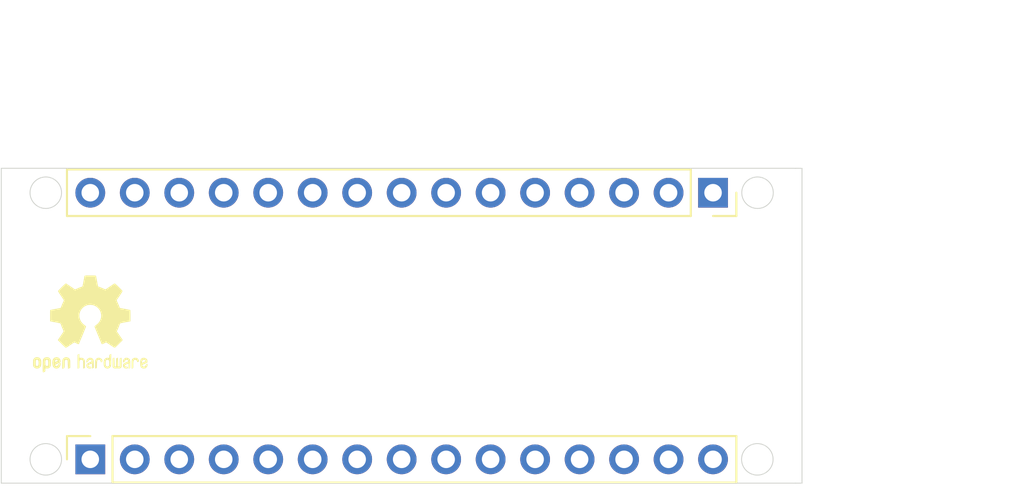
<source format=kicad_pcb>
(kicad_pcb (version 20171130) (host pcbnew "(5.1.4-0-10_14)")

  (general
    (thickness 1.6)
    (drawings 14)
    (tracks 0)
    (zones 0)
    (modules 3)
    (nets 29)
  )

  (page A4)
  (layers
    (0 F.Cu signal)
    (31 B.Cu signal)
    (32 B.Adhes user)
    (33 F.Adhes user)
    (34 B.Paste user)
    (35 F.Paste user)
    (36 B.SilkS user)
    (37 F.SilkS user)
    (38 B.Mask user)
    (39 F.Mask user)
    (40 Dwgs.User user)
    (41 Cmts.User user)
    (42 Eco1.User user)
    (43 Eco2.User user)
    (44 Edge.Cuts user)
    (45 Margin user)
    (46 B.CrtYd user)
    (47 F.CrtYd user)
    (48 B.Fab user)
    (49 F.Fab user)
  )

  (setup
    (last_trace_width 0.25)
    (trace_clearance 0.2)
    (zone_clearance 0.508)
    (zone_45_only no)
    (trace_min 0.2)
    (via_size 0.8)
    (via_drill 0.4)
    (via_min_size 0.4)
    (via_min_drill 0.3)
    (uvia_size 0.3)
    (uvia_drill 0.1)
    (uvias_allowed no)
    (uvia_min_size 0.2)
    (uvia_min_drill 0.1)
    (edge_width 0.05)
    (segment_width 0.2)
    (pcb_text_width 0.3)
    (pcb_text_size 1.5 1.5)
    (mod_edge_width 0.12)
    (mod_text_size 1 1)
    (mod_text_width 0.15)
    (pad_size 1.524 1.524)
    (pad_drill 0.762)
    (pad_to_mask_clearance 0.051)
    (solder_mask_min_width 0.25)
    (aux_axis_origin 0 0)
    (visible_elements FFFFFF7F)
    (pcbplotparams
      (layerselection 0x010fc_ffffffff)
      (usegerberextensions false)
      (usegerberattributes false)
      (usegerberadvancedattributes false)
      (creategerberjobfile false)
      (excludeedgelayer true)
      (linewidth 0.100000)
      (plotframeref false)
      (viasonmask false)
      (mode 1)
      (useauxorigin false)
      (hpglpennumber 1)
      (hpglpenspeed 20)
      (hpglpendiameter 15.000000)
      (psnegative false)
      (psa4output false)
      (plotreference true)
      (plotvalue true)
      (plotinvisibletext false)
      (padsonsilk false)
      (subtractmaskfromsilk false)
      (outputformat 1)
      (mirror false)
      (drillshape 1)
      (scaleselection 1)
      (outputdirectory ""))
  )

  (net 0 "")
  (net 1 /D12)
  (net 2 /D11)
  (net 3 /D10)
  (net 4 /D9)
  (net 5 /D8)
  (net 6 /D7)
  (net 7 /D6)
  (net 8 /D5)
  (net 9 /D4)
  (net 10 /D3)
  (net 11 /D2)
  (net 12 /GND)
  (net 13 /RST)
  (net 14 /RX0)
  (net 15 /TX1)
  (net 16 /Vin)
  (net 17 /5V)
  (net 18 /A7)
  (net 19 /A6)
  (net 20 /A5)
  (net 21 /A4)
  (net 22 /A3)
  (net 23 /A2)
  (net 24 /A1)
  (net 25 /A0)
  (net 26 /AREF)
  (net 27 /3V3)
  (net 28 /D13)

  (net_class Default "This is the default net class."
    (clearance 0.2)
    (trace_width 0.25)
    (via_dia 0.8)
    (via_drill 0.4)
    (uvia_dia 0.3)
    (uvia_drill 0.1)
    (add_net /3V3)
    (add_net /5V)
    (add_net /A0)
    (add_net /A1)
    (add_net /A2)
    (add_net /A3)
    (add_net /A4)
    (add_net /A5)
    (add_net /A6)
    (add_net /A7)
    (add_net /AREF)
    (add_net /D10)
    (add_net /D11)
    (add_net /D12)
    (add_net /D13)
    (add_net /D2)
    (add_net /D3)
    (add_net /D4)
    (add_net /D5)
    (add_net /D6)
    (add_net /D7)
    (add_net /D8)
    (add_net /D9)
    (add_net /GND)
    (add_net /RST)
    (add_net /RX0)
    (add_net /TX1)
    (add_net /Vin)
  )

  (module Symbol:OSHW-Logo2_7.3x6mm_SilkScreen (layer F.Cu) (tedit 0) (tstamp 60256453)
    (at 144.907 85.09)
    (descr "Open Source Hardware Symbol")
    (tags "Logo Symbol OSHW")
    (attr virtual)
    (fp_text reference REF** (at 0 0) (layer F.SilkS) hide
      (effects (font (size 1 1) (thickness 0.15)))
    )
    (fp_text value OSHW-Logo2_7.3x6mm_SilkScreen (at 0.75 0) (layer F.Fab) hide
      (effects (font (size 1 1) (thickness 0.15)))
    )
    (fp_poly (pts (xy 0.10391 -2.757652) (xy 0.182454 -2.757222) (xy 0.239298 -2.756058) (xy 0.278105 -2.753793)
      (xy 0.302538 -2.75006) (xy 0.316262 -2.744494) (xy 0.32294 -2.736727) (xy 0.326236 -2.726395)
      (xy 0.326556 -2.725057) (xy 0.331562 -2.700921) (xy 0.340829 -2.653299) (xy 0.353392 -2.587259)
      (xy 0.368287 -2.507872) (xy 0.384551 -2.420204) (xy 0.385119 -2.417125) (xy 0.40141 -2.331211)
      (xy 0.416652 -2.255304) (xy 0.429861 -2.193955) (xy 0.440054 -2.151718) (xy 0.446248 -2.133145)
      (xy 0.446543 -2.132816) (xy 0.464788 -2.123747) (xy 0.502405 -2.108633) (xy 0.551271 -2.090738)
      (xy 0.551543 -2.090642) (xy 0.613093 -2.067507) (xy 0.685657 -2.038035) (xy 0.754057 -2.008403)
      (xy 0.757294 -2.006938) (xy 0.868702 -1.956374) (xy 1.115399 -2.12484) (xy 1.191077 -2.176197)
      (xy 1.259631 -2.222111) (xy 1.317088 -2.25997) (xy 1.359476 -2.287163) (xy 1.382825 -2.301079)
      (xy 1.385042 -2.302111) (xy 1.40201 -2.297516) (xy 1.433701 -2.275345) (xy 1.481352 -2.234553)
      (xy 1.546198 -2.174095) (xy 1.612397 -2.109773) (xy 1.676214 -2.046388) (xy 1.733329 -1.988549)
      (xy 1.780305 -1.939825) (xy 1.813703 -1.90379) (xy 1.830085 -1.884016) (xy 1.830694 -1.882998)
      (xy 1.832505 -1.869428) (xy 1.825683 -1.847267) (xy 1.80854 -1.813522) (xy 1.779393 -1.7652)
      (xy 1.736555 -1.699308) (xy 1.679448 -1.614483) (xy 1.628766 -1.539823) (xy 1.583461 -1.47286)
      (xy 1.54615 -1.417484) (xy 1.519452 -1.37758) (xy 1.505985 -1.357038) (xy 1.505137 -1.355644)
      (xy 1.506781 -1.335962) (xy 1.519245 -1.297707) (xy 1.540048 -1.248111) (xy 1.547462 -1.232272)
      (xy 1.579814 -1.16171) (xy 1.614328 -1.081647) (xy 1.642365 -1.012371) (xy 1.662568 -0.960955)
      (xy 1.678615 -0.921881) (xy 1.687888 -0.901459) (xy 1.689041 -0.899886) (xy 1.706096 -0.897279)
      (xy 1.746298 -0.890137) (xy 1.804302 -0.879477) (xy 1.874763 -0.866315) (xy 1.952335 -0.851667)
      (xy 2.031672 -0.836551) (xy 2.107431 -0.821982) (xy 2.174264 -0.808978) (xy 2.226828 -0.798555)
      (xy 2.259776 -0.79173) (xy 2.267857 -0.789801) (xy 2.276205 -0.785038) (xy 2.282506 -0.774282)
      (xy 2.287045 -0.753902) (xy 2.290104 -0.720266) (xy 2.291967 -0.669745) (xy 2.292918 -0.598708)
      (xy 2.29324 -0.503524) (xy 2.293257 -0.464508) (xy 2.293257 -0.147201) (xy 2.217057 -0.132161)
      (xy 2.174663 -0.124005) (xy 2.1114 -0.112101) (xy 2.034962 -0.097884) (xy 1.953043 -0.08279)
      (xy 1.9304 -0.078645) (xy 1.854806 -0.063947) (xy 1.788953 -0.049495) (xy 1.738366 -0.036625)
      (xy 1.708574 -0.026678) (xy 1.703612 -0.023713) (xy 1.691426 -0.002717) (xy 1.673953 0.037967)
      (xy 1.654577 0.090322) (xy 1.650734 0.1016) (xy 1.625339 0.171523) (xy 1.593817 0.250418)
      (xy 1.562969 0.321266) (xy 1.562817 0.321595) (xy 1.511447 0.432733) (xy 1.680399 0.681253)
      (xy 1.849352 0.929772) (xy 1.632429 1.147058) (xy 1.566819 1.211726) (xy 1.506979 1.268733)
      (xy 1.456267 1.315033) (xy 1.418046 1.347584) (xy 1.395675 1.363343) (xy 1.392466 1.364343)
      (xy 1.373626 1.356469) (xy 1.33518 1.334578) (xy 1.28133 1.301267) (xy 1.216276 1.259131)
      (xy 1.14594 1.211943) (xy 1.074555 1.16381) (xy 1.010908 1.121928) (xy 0.959041 1.088871)
      (xy 0.922995 1.067218) (xy 0.906867 1.059543) (xy 0.887189 1.066037) (xy 0.849875 1.08315)
      (xy 0.802621 1.107326) (xy 0.797612 1.110013) (xy 0.733977 1.141927) (xy 0.690341 1.157579)
      (xy 0.663202 1.157745) (xy 0.649057 1.143204) (xy 0.648975 1.143) (xy 0.641905 1.125779)
      (xy 0.625042 1.084899) (xy 0.599695 1.023525) (xy 0.567171 0.944819) (xy 0.528778 0.851947)
      (xy 0.485822 0.748072) (xy 0.444222 0.647502) (xy 0.398504 0.536516) (xy 0.356526 0.433703)
      (xy 0.319548 0.342215) (xy 0.288827 0.265201) (xy 0.265622 0.205815) (xy 0.25119 0.167209)
      (xy 0.246743 0.1528) (xy 0.257896 0.136272) (xy 0.287069 0.10993) (xy 0.325971 0.080887)
      (xy 0.436757 -0.010961) (xy 0.523351 -0.116241) (xy 0.584716 -0.232734) (xy 0.619815 -0.358224)
      (xy 0.627608 -0.490493) (xy 0.621943 -0.551543) (xy 0.591078 -0.678205) (xy 0.53792 -0.790059)
      (xy 0.465767 -0.885999) (xy 0.377917 -0.964924) (xy 0.277665 -1.02573) (xy 0.16831 -1.067313)
      (xy 0.053147 -1.088572) (xy -0.064525 -1.088401) (xy -0.18141 -1.065699) (xy -0.294211 -1.019362)
      (xy -0.399631 -0.948287) (xy -0.443632 -0.908089) (xy -0.528021 -0.804871) (xy -0.586778 -0.692075)
      (xy -0.620296 -0.57299) (xy -0.628965 -0.450905) (xy -0.613177 -0.329107) (xy -0.573322 -0.210884)
      (xy -0.509793 -0.099525) (xy -0.422979 0.001684) (xy -0.325971 0.080887) (xy -0.285563 0.111162)
      (xy -0.257018 0.137219) (xy -0.246743 0.152825) (xy -0.252123 0.169843) (xy -0.267425 0.2105)
      (xy -0.291388 0.271642) (xy -0.322756 0.350119) (xy -0.360268 0.44278) (xy -0.402667 0.546472)
      (xy -0.444337 0.647526) (xy -0.49031 0.758607) (xy -0.532893 0.861541) (xy -0.570779 0.953165)
      (xy -0.60266 1.030316) (xy -0.627229 1.089831) (xy -0.64318 1.128544) (xy -0.64909 1.143)
      (xy -0.663052 1.157685) (xy -0.69006 1.157642) (xy -0.733587 1.142099) (xy -0.79711 1.110284)
      (xy -0.797612 1.110013) (xy -0.84544 1.085323) (xy -0.884103 1.067338) (xy -0.905905 1.059614)
      (xy -0.906867 1.059543) (xy -0.923279 1.067378) (xy -0.959513 1.089165) (xy -1.011526 1.122328)
      (xy -1.075275 1.164291) (xy -1.14594 1.211943) (xy -1.217884 1.260191) (xy -1.282726 1.302151)
      (xy -1.336265 1.335227) (xy -1.374303 1.356821) (xy -1.392467 1.364343) (xy -1.409192 1.354457)
      (xy -1.44282 1.326826) (xy -1.48999 1.284495) (xy -1.547342 1.230505) (xy -1.611516 1.167899)
      (xy -1.632503 1.146983) (xy -1.849501 0.929623) (xy -1.684332 0.68722) (xy -1.634136 0.612781)
      (xy -1.590081 0.545972) (xy -1.554638 0.490665) (xy -1.530281 0.450729) (xy -1.519478 0.430036)
      (xy -1.519162 0.428563) (xy -1.524857 0.409058) (xy -1.540174 0.369822) (xy -1.562463 0.31743)
      (xy -1.578107 0.282355) (xy -1.607359 0.215201) (xy -1.634906 0.147358) (xy -1.656263 0.090034)
      (xy -1.662065 0.072572) (xy -1.678548 0.025938) (xy -1.69466 -0.010095) (xy -1.70351 -0.023713)
      (xy -1.72304 -0.032048) (xy -1.765666 -0.043863) (xy -1.825855 -0.057819) (xy -1.898078 -0.072578)
      (xy -1.9304 -0.078645) (xy -2.012478 -0.093727) (xy -2.091205 -0.108331) (xy -2.158891 -0.12102)
      (xy -2.20784 -0.130358) (xy -2.217057 -0.132161) (xy -2.293257 -0.147201) (xy -2.293257 -0.464508)
      (xy -2.293086 -0.568846) (xy -2.292384 -0.647787) (xy -2.290866 -0.704962) (xy -2.288251 -0.744001)
      (xy -2.284254 -0.768535) (xy -2.278591 -0.782195) (xy -2.27098 -0.788611) (xy -2.267857 -0.789801)
      (xy -2.249022 -0.79402) (xy -2.207412 -0.802438) (xy -2.14837 -0.814039) (xy -2.077243 -0.827805)
      (xy -1.999375 -0.84272) (xy -1.920113 -0.857768) (xy -1.844802 -0.871931) (xy -1.778787 -0.884194)
      (xy -1.727413 -0.893539) (xy -1.696025 -0.89895) (xy -1.689041 -0.899886) (xy -1.682715 -0.912404)
      (xy -1.66871 -0.945754) (xy -1.649645 -0.993623) (xy -1.642366 -1.012371) (xy -1.613004 -1.084805)
      (xy -1.578429 -1.16483) (xy -1.547463 -1.232272) (xy -1.524677 -1.283841) (xy -1.509518 -1.326215)
      (xy -1.504458 -1.352166) (xy -1.505264 -1.355644) (xy -1.515959 -1.372064) (xy -1.54038 -1.408583)
      (xy -1.575905 -1.461313) (xy -1.619913 -1.526365) (xy -1.669783 -1.599849) (xy -1.679644 -1.614355)
      (xy -1.737508 -1.700296) (xy -1.780044 -1.765739) (xy -1.808946 -1.813696) (xy -1.82591 -1.84718)
      (xy -1.832633 -1.869205) (xy -1.83081 -1.882783) (xy -1.830764 -1.882869) (xy -1.816414 -1.900703)
      (xy -1.784677 -1.935183) (xy -1.73899 -1.982732) (xy -1.682796 -2.039778) (xy -1.619532 -2.102745)
      (xy -1.612398 -2.109773) (xy -1.53267 -2.18698) (xy -1.471143 -2.24367) (xy -1.426579 -2.28089)
      (xy -1.397743 -2.299685) (xy -1.385042 -2.302111) (xy -1.366506 -2.291529) (xy -1.328039 -2.267084)
      (xy -1.273614 -2.231388) (xy -1.207202 -2.187053) (xy -1.132775 -2.136689) (xy -1.115399 -2.12484)
      (xy -0.868703 -1.956374) (xy -0.757294 -2.006938) (xy -0.689543 -2.036405) (xy -0.616817 -2.066041)
      (xy -0.554297 -2.08967) (xy -0.551543 -2.090642) (xy -0.50264 -2.108543) (xy -0.464943 -2.12368)
      (xy -0.446575 -2.13279) (xy -0.446544 -2.132816) (xy -0.440715 -2.149283) (xy -0.430808 -2.189781)
      (xy -0.417805 -2.249758) (xy -0.402691 -2.32466) (xy -0.386448 -2.409936) (xy -0.385119 -2.417125)
      (xy -0.368825 -2.504986) (xy -0.353867 -2.58474) (xy -0.341209 -2.651319) (xy -0.331814 -2.699653)
      (xy -0.326646 -2.724675) (xy -0.326556 -2.725057) (xy -0.323411 -2.735701) (xy -0.317296 -2.743738)
      (xy -0.304547 -2.749533) (xy -0.2815 -2.753453) (xy -0.244491 -2.755865) (xy -0.189856 -2.757135)
      (xy -0.113933 -2.757629) (xy -0.013056 -2.757714) (xy 0 -2.757714) (xy 0.10391 -2.757652)) (layer F.SilkS) (width 0.01))
    (fp_poly (pts (xy 3.153595 1.966966) (xy 3.211021 2.004497) (xy 3.238719 2.038096) (xy 3.260662 2.099064)
      (xy 3.262405 2.147308) (xy 3.258457 2.211816) (xy 3.109686 2.276934) (xy 3.037349 2.310202)
      (xy 2.990084 2.336964) (xy 2.965507 2.360144) (xy 2.961237 2.382667) (xy 2.974889 2.407455)
      (xy 2.989943 2.423886) (xy 3.033746 2.450235) (xy 3.081389 2.452081) (xy 3.125145 2.431546)
      (xy 3.157289 2.390752) (xy 3.163038 2.376347) (xy 3.190576 2.331356) (xy 3.222258 2.312182)
      (xy 3.265714 2.295779) (xy 3.265714 2.357966) (xy 3.261872 2.400283) (xy 3.246823 2.435969)
      (xy 3.21528 2.476943) (xy 3.210592 2.482267) (xy 3.175506 2.51872) (xy 3.145347 2.538283)
      (xy 3.107615 2.547283) (xy 3.076335 2.55023) (xy 3.020385 2.550965) (xy 2.980555 2.54166)
      (xy 2.955708 2.527846) (xy 2.916656 2.497467) (xy 2.889625 2.464613) (xy 2.872517 2.423294)
      (xy 2.863238 2.367521) (xy 2.859693 2.291305) (xy 2.85941 2.252622) (xy 2.860372 2.206247)
      (xy 2.948007 2.206247) (xy 2.949023 2.231126) (xy 2.951556 2.2352) (xy 2.968274 2.229665)
      (xy 3.004249 2.215017) (xy 3.052331 2.19419) (xy 3.062386 2.189714) (xy 3.123152 2.158814)
      (xy 3.156632 2.131657) (xy 3.16399 2.10622) (xy 3.146391 2.080481) (xy 3.131856 2.069109)
      (xy 3.07941 2.046364) (xy 3.030322 2.050122) (xy 2.989227 2.077884) (xy 2.960758 2.127152)
      (xy 2.951631 2.166257) (xy 2.948007 2.206247) (xy 2.860372 2.206247) (xy 2.861285 2.162249)
      (xy 2.868196 2.095384) (xy 2.881884 2.046695) (xy 2.904096 2.010849) (xy 2.936574 1.982513)
      (xy 2.950733 1.973355) (xy 3.015053 1.949507) (xy 3.085473 1.948006) (xy 3.153595 1.966966)) (layer F.SilkS) (width 0.01))
    (fp_poly (pts (xy 2.6526 1.958752) (xy 2.669948 1.966334) (xy 2.711356 1.999128) (xy 2.746765 2.046547)
      (xy 2.768664 2.097151) (xy 2.772229 2.122098) (xy 2.760279 2.156927) (xy 2.734067 2.175357)
      (xy 2.705964 2.186516) (xy 2.693095 2.188572) (xy 2.686829 2.173649) (xy 2.674456 2.141175)
      (xy 2.669028 2.126502) (xy 2.63859 2.075744) (xy 2.59452 2.050427) (xy 2.53801 2.051206)
      (xy 2.533825 2.052203) (xy 2.503655 2.066507) (xy 2.481476 2.094393) (xy 2.466327 2.139287)
      (xy 2.45725 2.204615) (xy 2.453286 2.293804) (xy 2.452914 2.341261) (xy 2.45273 2.416071)
      (xy 2.451522 2.467069) (xy 2.448309 2.499471) (xy 2.442109 2.518495) (xy 2.43194 2.529356)
      (xy 2.416819 2.537272) (xy 2.415946 2.53767) (xy 2.386828 2.549981) (xy 2.372403 2.554514)
      (xy 2.370186 2.540809) (xy 2.368289 2.502925) (xy 2.366847 2.445715) (xy 2.365998 2.374027)
      (xy 2.365829 2.321565) (xy 2.366692 2.220047) (xy 2.37007 2.143032) (xy 2.377142 2.086023)
      (xy 2.389088 2.044526) (xy 2.40709 2.014043) (xy 2.432327 1.99008) (xy 2.457247 1.973355)
      (xy 2.517171 1.951097) (xy 2.586911 1.946076) (xy 2.6526 1.958752)) (layer F.SilkS) (width 0.01))
    (fp_poly (pts (xy 2.144876 1.956335) (xy 2.186667 1.975344) (xy 2.219469 1.998378) (xy 2.243503 2.024133)
      (xy 2.260097 2.057358) (xy 2.270577 2.1028) (xy 2.276271 2.165207) (xy 2.278507 2.249327)
      (xy 2.278743 2.304721) (xy 2.278743 2.520826) (xy 2.241774 2.53767) (xy 2.212656 2.549981)
      (xy 2.198231 2.554514) (xy 2.195472 2.541025) (xy 2.193282 2.504653) (xy 2.191942 2.451542)
      (xy 2.191657 2.409372) (xy 2.190434 2.348447) (xy 2.187136 2.300115) (xy 2.182321 2.270518)
      (xy 2.178496 2.264229) (xy 2.152783 2.270652) (xy 2.112418 2.287125) (xy 2.065679 2.309458)
      (xy 2.020845 2.333457) (xy 1.986193 2.35493) (xy 1.970002 2.369685) (xy 1.969938 2.369845)
      (xy 1.97133 2.397152) (xy 1.983818 2.423219) (xy 2.005743 2.444392) (xy 2.037743 2.451474)
      (xy 2.065092 2.450649) (xy 2.103826 2.450042) (xy 2.124158 2.459116) (xy 2.136369 2.483092)
      (xy 2.137909 2.487613) (xy 2.143203 2.521806) (xy 2.129047 2.542568) (xy 2.092148 2.552462)
      (xy 2.052289 2.554292) (xy 1.980562 2.540727) (xy 1.943432 2.521355) (xy 1.897576 2.475845)
      (xy 1.873256 2.419983) (xy 1.871073 2.360957) (xy 1.891629 2.305953) (xy 1.922549 2.271486)
      (xy 1.95342 2.252189) (xy 2.001942 2.227759) (xy 2.058485 2.202985) (xy 2.06791 2.199199)
      (xy 2.130019 2.171791) (xy 2.165822 2.147634) (xy 2.177337 2.123619) (xy 2.16658 2.096635)
      (xy 2.148114 2.075543) (xy 2.104469 2.049572) (xy 2.056446 2.047624) (xy 2.012406 2.067637)
      (xy 1.980709 2.107551) (xy 1.976549 2.117848) (xy 1.952327 2.155724) (xy 1.916965 2.183842)
      (xy 1.872343 2.206917) (xy 1.872343 2.141485) (xy 1.874969 2.101506) (xy 1.88623 2.069997)
      (xy 1.911199 2.036378) (xy 1.935169 2.010484) (xy 1.972441 1.973817) (xy 2.001401 1.954121)
      (xy 2.032505 1.94622) (xy 2.067713 1.944914) (xy 2.144876 1.956335)) (layer F.SilkS) (width 0.01))
    (fp_poly (pts (xy 1.779833 1.958663) (xy 1.782048 1.99685) (xy 1.783784 2.054886) (xy 1.784899 2.12818)
      (xy 1.785257 2.205055) (xy 1.785257 2.465196) (xy 1.739326 2.511127) (xy 1.707675 2.539429)
      (xy 1.67989 2.550893) (xy 1.641915 2.550168) (xy 1.62684 2.548321) (xy 1.579726 2.542948)
      (xy 1.540756 2.539869) (xy 1.531257 2.539585) (xy 1.499233 2.541445) (xy 1.453432 2.546114)
      (xy 1.435674 2.548321) (xy 1.392057 2.551735) (xy 1.362745 2.54432) (xy 1.33368 2.521427)
      (xy 1.323188 2.511127) (xy 1.277257 2.465196) (xy 1.277257 1.978602) (xy 1.314226 1.961758)
      (xy 1.346059 1.949282) (xy 1.364683 1.944914) (xy 1.369458 1.958718) (xy 1.373921 1.997286)
      (xy 1.377775 2.056356) (xy 1.380722 2.131663) (xy 1.382143 2.195286) (xy 1.386114 2.445657)
      (xy 1.420759 2.450556) (xy 1.452268 2.447131) (xy 1.467708 2.436041) (xy 1.472023 2.415308)
      (xy 1.475708 2.371145) (xy 1.478469 2.309146) (xy 1.480012 2.234909) (xy 1.480235 2.196706)
      (xy 1.480457 1.976783) (xy 1.526166 1.960849) (xy 1.558518 1.950015) (xy 1.576115 1.944962)
      (xy 1.576623 1.944914) (xy 1.578388 1.958648) (xy 1.580329 1.99673) (xy 1.582282 2.054482)
      (xy 1.584084 2.127227) (xy 1.585343 2.195286) (xy 1.589314 2.445657) (xy 1.6764 2.445657)
      (xy 1.680396 2.21724) (xy 1.684392 1.988822) (xy 1.726847 1.966868) (xy 1.758192 1.951793)
      (xy 1.776744 1.944951) (xy 1.777279 1.944914) (xy 1.779833 1.958663)) (layer F.SilkS) (width 0.01))
    (fp_poly (pts (xy 1.190117 2.065358) (xy 1.189933 2.173837) (xy 1.189219 2.257287) (xy 1.187675 2.319704)
      (xy 1.185001 2.365085) (xy 1.180894 2.397429) (xy 1.175055 2.420733) (xy 1.167182 2.438995)
      (xy 1.161221 2.449418) (xy 1.111855 2.505945) (xy 1.049264 2.541377) (xy 0.980013 2.55409)
      (xy 0.910668 2.542463) (xy 0.869375 2.521568) (xy 0.826025 2.485422) (xy 0.796481 2.441276)
      (xy 0.778655 2.383462) (xy 0.770463 2.306313) (xy 0.769302 2.249714) (xy 0.769458 2.245647)
      (xy 0.870857 2.245647) (xy 0.871476 2.31055) (xy 0.874314 2.353514) (xy 0.88084 2.381622)
      (xy 0.892523 2.401953) (xy 0.906483 2.417288) (xy 0.953365 2.44689) (xy 1.003701 2.449419)
      (xy 1.051276 2.424705) (xy 1.054979 2.421356) (xy 1.070783 2.403935) (xy 1.080693 2.383209)
      (xy 1.086058 2.352362) (xy 1.088228 2.304577) (xy 1.088571 2.251748) (xy 1.087827 2.185381)
      (xy 1.084748 2.141106) (xy 1.078061 2.112009) (xy 1.066496 2.091173) (xy 1.057013 2.080107)
      (xy 1.01296 2.052198) (xy 0.962224 2.048843) (xy 0.913796 2.070159) (xy 0.90445 2.078073)
      (xy 0.88854 2.095647) (xy 0.87861 2.116587) (xy 0.873278 2.147782) (xy 0.871163 2.196122)
      (xy 0.870857 2.245647) (xy 0.769458 2.245647) (xy 0.77281 2.158568) (xy 0.784726 2.090086)
      (xy 0.807135 2.0386) (xy 0.842124 1.998443) (xy 0.869375 1.977861) (xy 0.918907 1.955625)
      (xy 0.976316 1.945304) (xy 1.029682 1.948067) (xy 1.059543 1.959212) (xy 1.071261 1.962383)
      (xy 1.079037 1.950557) (xy 1.084465 1.918866) (xy 1.088571 1.870593) (xy 1.093067 1.816829)
      (xy 1.099313 1.784482) (xy 1.110676 1.765985) (xy 1.130528 1.75377) (xy 1.143 1.748362)
      (xy 1.190171 1.728601) (xy 1.190117 2.065358)) (layer F.SilkS) (width 0.01))
    (fp_poly (pts (xy 0.529926 1.949755) (xy 0.595858 1.974084) (xy 0.649273 2.017117) (xy 0.670164 2.047409)
      (xy 0.692939 2.102994) (xy 0.692466 2.143186) (xy 0.668562 2.170217) (xy 0.659717 2.174813)
      (xy 0.62153 2.189144) (xy 0.602028 2.185472) (xy 0.595422 2.161407) (xy 0.595086 2.148114)
      (xy 0.582992 2.09921) (xy 0.551471 2.064999) (xy 0.507659 2.048476) (xy 0.458695 2.052634)
      (xy 0.418894 2.074227) (xy 0.40545 2.086544) (xy 0.395921 2.101487) (xy 0.389485 2.124075)
      (xy 0.385317 2.159328) (xy 0.382597 2.212266) (xy 0.380502 2.287907) (xy 0.37996 2.311857)
      (xy 0.377981 2.39379) (xy 0.375731 2.451455) (xy 0.372357 2.489608) (xy 0.367006 2.513004)
      (xy 0.358824 2.526398) (xy 0.346959 2.534545) (xy 0.339362 2.538144) (xy 0.307102 2.550452)
      (xy 0.288111 2.554514) (xy 0.281836 2.540948) (xy 0.278006 2.499934) (xy 0.2766 2.430999)
      (xy 0.277598 2.333669) (xy 0.277908 2.318657) (xy 0.280101 2.229859) (xy 0.282693 2.165019)
      (xy 0.286382 2.119067) (xy 0.291864 2.086935) (xy 0.299835 2.063553) (xy 0.310993 2.043852)
      (xy 0.31683 2.03541) (xy 0.350296 1.998057) (xy 0.387727 1.969003) (xy 0.392309 1.966467)
      (xy 0.459426 1.946443) (xy 0.529926 1.949755)) (layer F.SilkS) (width 0.01))
    (fp_poly (pts (xy 0.039744 1.950968) (xy 0.096616 1.972087) (xy 0.097267 1.972493) (xy 0.13244 1.99838)
      (xy 0.158407 2.028633) (xy 0.17667 2.068058) (xy 0.188732 2.121462) (xy 0.196096 2.193651)
      (xy 0.200264 2.289432) (xy 0.200629 2.303078) (xy 0.205876 2.508842) (xy 0.161716 2.531678)
      (xy 0.129763 2.54711) (xy 0.11047 2.554423) (xy 0.109578 2.554514) (xy 0.106239 2.541022)
      (xy 0.103587 2.504626) (xy 0.101956 2.451452) (xy 0.1016 2.408393) (xy 0.101592 2.338641)
      (xy 0.098403 2.294837) (xy 0.087288 2.273944) (xy 0.063501 2.272925) (xy 0.022296 2.288741)
      (xy -0.039914 2.317815) (xy -0.085659 2.341963) (xy -0.109187 2.362913) (xy -0.116104 2.385747)
      (xy -0.116114 2.386877) (xy -0.104701 2.426212) (xy -0.070908 2.447462) (xy -0.019191 2.450539)
      (xy 0.018061 2.450006) (xy 0.037703 2.460735) (xy 0.049952 2.486505) (xy 0.057002 2.519337)
      (xy 0.046842 2.537966) (xy 0.043017 2.540632) (xy 0.007001 2.55134) (xy -0.043434 2.552856)
      (xy -0.095374 2.545759) (xy -0.132178 2.532788) (xy -0.183062 2.489585) (xy -0.211986 2.429446)
      (xy -0.217714 2.382462) (xy -0.213343 2.340082) (xy -0.197525 2.305488) (xy -0.166203 2.274763)
      (xy -0.115322 2.24399) (xy -0.040824 2.209252) (xy -0.036286 2.207288) (xy 0.030821 2.176287)
      (xy 0.072232 2.150862) (xy 0.089981 2.128014) (xy 0.086107 2.104745) (xy 0.062643 2.078056)
      (xy 0.055627 2.071914) (xy 0.00863 2.0481) (xy -0.040067 2.049103) (xy -0.082478 2.072451)
      (xy -0.110616 2.115675) (xy -0.113231 2.12416) (xy -0.138692 2.165308) (xy -0.170999 2.185128)
      (xy -0.217714 2.20477) (xy -0.217714 2.15395) (xy -0.203504 2.080082) (xy -0.161325 2.012327)
      (xy -0.139376 1.989661) (xy -0.089483 1.960569) (xy -0.026033 1.9474) (xy 0.039744 1.950968)) (layer F.SilkS) (width 0.01))
    (fp_poly (pts (xy -0.624114 1.851289) (xy -0.619861 1.910613) (xy -0.614975 1.945572) (xy -0.608205 1.96082)
      (xy -0.598298 1.961015) (xy -0.595086 1.959195) (xy -0.552356 1.946015) (xy -0.496773 1.946785)
      (xy -0.440263 1.960333) (xy -0.404918 1.977861) (xy -0.368679 2.005861) (xy -0.342187 2.037549)
      (xy -0.324001 2.077813) (xy -0.312678 2.131543) (xy -0.306778 2.203626) (xy -0.304857 2.298951)
      (xy -0.304823 2.317237) (xy -0.3048 2.522646) (xy -0.350509 2.53858) (xy -0.382973 2.54942)
      (xy -0.400785 2.554468) (xy -0.401309 2.554514) (xy -0.403063 2.540828) (xy -0.404556 2.503076)
      (xy -0.405674 2.446224) (xy -0.406303 2.375234) (xy -0.4064 2.332073) (xy -0.406602 2.246973)
      (xy -0.407642 2.185981) (xy -0.410169 2.144177) (xy -0.414836 2.116642) (xy -0.422293 2.098456)
      (xy -0.433189 2.084698) (xy -0.439993 2.078073) (xy -0.486728 2.051375) (xy -0.537728 2.049375)
      (xy -0.583999 2.071955) (xy -0.592556 2.080107) (xy -0.605107 2.095436) (xy -0.613812 2.113618)
      (xy -0.619369 2.139909) (xy -0.622474 2.179562) (xy -0.623824 2.237832) (xy -0.624114 2.318173)
      (xy -0.624114 2.522646) (xy -0.669823 2.53858) (xy -0.702287 2.54942) (xy -0.720099 2.554468)
      (xy -0.720623 2.554514) (xy -0.721963 2.540623) (xy -0.723172 2.501439) (xy -0.724199 2.4407)
      (xy -0.724998 2.362141) (xy -0.725519 2.269498) (xy -0.725714 2.166509) (xy -0.725714 1.769342)
      (xy -0.678543 1.749444) (xy -0.631371 1.729547) (xy -0.624114 1.851289)) (layer F.SilkS) (width 0.01))
    (fp_poly (pts (xy -1.831697 1.931239) (xy -1.774473 1.969735) (xy -1.730251 2.025335) (xy -1.703833 2.096086)
      (xy -1.69849 2.148162) (xy -1.699097 2.169893) (xy -1.704178 2.186531) (xy -1.718145 2.201437)
      (xy -1.745411 2.217973) (xy -1.790388 2.239498) (xy -1.857489 2.269374) (xy -1.857829 2.269524)
      (xy -1.919593 2.297813) (xy -1.970241 2.322933) (xy -2.004596 2.342179) (xy -2.017482 2.352848)
      (xy -2.017486 2.352934) (xy -2.006128 2.376166) (xy -1.979569 2.401774) (xy -1.949077 2.420221)
      (xy -1.93363 2.423886) (xy -1.891485 2.411212) (xy -1.855192 2.379471) (xy -1.837483 2.344572)
      (xy -1.820448 2.318845) (xy -1.787078 2.289546) (xy -1.747851 2.264235) (xy -1.713244 2.250471)
      (xy -1.706007 2.249714) (xy -1.697861 2.26216) (xy -1.69737 2.293972) (xy -1.703357 2.336866)
      (xy -1.714643 2.382558) (xy -1.73005 2.422761) (xy -1.730829 2.424322) (xy -1.777196 2.489062)
      (xy -1.837289 2.533097) (xy -1.905535 2.554711) (xy -1.976362 2.552185) (xy -2.044196 2.523804)
      (xy -2.047212 2.521808) (xy -2.100573 2.473448) (xy -2.13566 2.410352) (xy -2.155078 2.327387)
      (xy -2.157684 2.304078) (xy -2.162299 2.194055) (xy -2.156767 2.142748) (xy -2.017486 2.142748)
      (xy -2.015676 2.174753) (xy -2.005778 2.184093) (xy -1.981102 2.177105) (xy -1.942205 2.160587)
      (xy -1.898725 2.139881) (xy -1.897644 2.139333) (xy -1.860791 2.119949) (xy -1.846 2.107013)
      (xy -1.849647 2.093451) (xy -1.865005 2.075632) (xy -1.904077 2.049845) (xy -1.946154 2.04795)
      (xy -1.983897 2.066717) (xy -2.009966 2.102915) (xy -2.017486 2.142748) (xy -2.156767 2.142748)
      (xy -2.152806 2.106027) (xy -2.12845 2.036212) (xy -2.094544 1.987302) (xy -2.033347 1.937878)
      (xy -1.965937 1.913359) (xy -1.89712 1.911797) (xy -1.831697 1.931239)) (layer F.SilkS) (width 0.01))
    (fp_poly (pts (xy -2.958885 1.921962) (xy -2.890855 1.957733) (xy -2.840649 2.015301) (xy -2.822815 2.052312)
      (xy -2.808937 2.107882) (xy -2.801833 2.178096) (xy -2.80116 2.254727) (xy -2.806573 2.329552)
      (xy -2.81773 2.394342) (xy -2.834286 2.440873) (xy -2.839374 2.448887) (xy -2.899645 2.508707)
      (xy -2.971231 2.544535) (xy -3.048908 2.55502) (xy -3.127452 2.53881) (xy -3.149311 2.529092)
      (xy -3.191878 2.499143) (xy -3.229237 2.459433) (xy -3.232768 2.454397) (xy -3.247119 2.430124)
      (xy -3.256606 2.404178) (xy -3.26221 2.370022) (xy -3.264914 2.321119) (xy -3.265701 2.250935)
      (xy -3.265714 2.2352) (xy -3.265678 2.230192) (xy -3.120571 2.230192) (xy -3.119727 2.29643)
      (xy -3.116404 2.340386) (xy -3.109417 2.368779) (xy -3.097584 2.388325) (xy -3.091543 2.394857)
      (xy -3.056814 2.41968) (xy -3.023097 2.418548) (xy -2.989005 2.397016) (xy -2.968671 2.374029)
      (xy -2.956629 2.340478) (xy -2.949866 2.287569) (xy -2.949402 2.281399) (xy -2.948248 2.185513)
      (xy -2.960312 2.114299) (xy -2.98543 2.068194) (xy -3.02344 2.047635) (xy -3.037008 2.046514)
      (xy -3.072636 2.052152) (xy -3.097006 2.071686) (xy -3.111907 2.109042) (xy -3.119125 2.16815)
      (xy -3.120571 2.230192) (xy -3.265678 2.230192) (xy -3.265174 2.160413) (xy -3.262904 2.108159)
      (xy -3.257932 2.071949) (xy -3.249287 2.045299) (xy -3.235995 2.021722) (xy -3.233057 2.017338)
      (xy -3.183687 1.958249) (xy -3.129891 1.923947) (xy -3.064398 1.910331) (xy -3.042158 1.909665)
      (xy -2.958885 1.921962)) (layer F.SilkS) (width 0.01))
    (fp_poly (pts (xy -1.283907 1.92778) (xy -1.237328 1.954723) (xy -1.204943 1.981466) (xy -1.181258 2.009484)
      (xy -1.164941 2.043748) (xy -1.154661 2.089227) (xy -1.149086 2.150892) (xy -1.146884 2.233711)
      (xy -1.146629 2.293246) (xy -1.146629 2.512391) (xy -1.208314 2.540044) (xy -1.27 2.567697)
      (xy -1.277257 2.32767) (xy -1.280256 2.238028) (xy -1.283402 2.172962) (xy -1.287299 2.128026)
      (xy -1.292553 2.09877) (xy -1.299769 2.080748) (xy -1.30955 2.069511) (xy -1.312688 2.067079)
      (xy -1.360239 2.048083) (xy -1.408303 2.0556) (xy -1.436914 2.075543) (xy -1.448553 2.089675)
      (xy -1.456609 2.10822) (xy -1.461729 2.136334) (xy -1.464559 2.179173) (xy -1.465744 2.241895)
      (xy -1.465943 2.307261) (xy -1.465982 2.389268) (xy -1.467386 2.447316) (xy -1.472086 2.486465)
      (xy -1.482013 2.51178) (xy -1.499097 2.528323) (xy -1.525268 2.541156) (xy -1.560225 2.554491)
      (xy -1.598404 2.569007) (xy -1.593859 2.311389) (xy -1.592029 2.218519) (xy -1.589888 2.149889)
      (xy -1.586819 2.100711) (xy -1.582206 2.066198) (xy -1.575432 2.041562) (xy -1.565881 2.022016)
      (xy -1.554366 2.00477) (xy -1.49881 1.94968) (xy -1.43102 1.917822) (xy -1.357287 1.910191)
      (xy -1.283907 1.92778)) (layer F.SilkS) (width 0.01))
    (fp_poly (pts (xy -2.400256 1.919918) (xy -2.344799 1.947568) (xy -2.295852 1.99848) (xy -2.282371 2.017338)
      (xy -2.267686 2.042015) (xy -2.258158 2.068816) (xy -2.252707 2.104587) (xy -2.250253 2.156169)
      (xy -2.249714 2.224267) (xy -2.252148 2.317588) (xy -2.260606 2.387657) (xy -2.276826 2.439931)
      (xy -2.302546 2.479869) (xy -2.339503 2.512929) (xy -2.342218 2.514886) (xy -2.37864 2.534908)
      (xy -2.422498 2.544815) (xy -2.478276 2.547257) (xy -2.568952 2.547257) (xy -2.56899 2.635283)
      (xy -2.569834 2.684308) (xy -2.574976 2.713065) (xy -2.588413 2.730311) (xy -2.614142 2.744808)
      (xy -2.620321 2.747769) (xy -2.649236 2.761648) (xy -2.671624 2.770414) (xy -2.688271 2.771171)
      (xy -2.699964 2.761023) (xy -2.70749 2.737073) (xy -2.711634 2.696426) (xy -2.713185 2.636186)
      (xy -2.712929 2.553455) (xy -2.711651 2.445339) (xy -2.711252 2.413) (xy -2.709815 2.301524)
      (xy -2.708528 2.228603) (xy -2.569029 2.228603) (xy -2.568245 2.290499) (xy -2.56476 2.330997)
      (xy -2.556876 2.357708) (xy -2.542895 2.378244) (xy -2.533403 2.38826) (xy -2.494596 2.417567)
      (xy -2.460237 2.419952) (xy -2.424784 2.39575) (xy -2.423886 2.394857) (xy -2.409461 2.376153)
      (xy -2.400687 2.350732) (xy -2.396261 2.311584) (xy -2.394882 2.251697) (xy -2.394857 2.23843)
      (xy -2.398188 2.155901) (xy -2.409031 2.098691) (xy -2.42866 2.063766) (xy -2.45835 2.048094)
      (xy -2.475509 2.046514) (xy -2.516234 2.053926) (xy -2.544168 2.07833) (xy -2.560983 2.12298)
      (xy -2.56835 2.19113) (xy -2.569029 2.228603) (xy -2.708528 2.228603) (xy -2.708292 2.215245)
      (xy -2.706323 2.150333) (xy -2.70355 2.102958) (xy -2.699612 2.06929) (xy -2.694151 2.045498)
      (xy -2.686808 2.027753) (xy -2.677223 2.012224) (xy -2.673113 2.006381) (xy -2.618595 1.951185)
      (xy -2.549664 1.91989) (xy -2.469928 1.911165) (xy -2.400256 1.919918)) (layer F.SilkS) (width 0.01))
  )

  (module Connector_PinSocket_2.54mm:PinSocket_1x15_P2.54mm_Vertical locked (layer F.Cu) (tedit 5A19A41D) (tstamp 60250826)
    (at 144.907 92.837 90)
    (descr "Through hole straight socket strip, 1x15, 2.54mm pitch, single row (from Kicad 4.0.7), script generated")
    (tags "Through hole socket strip THT 1x15 2.54mm single row")
    (path /6024EC35/60250758)
    (fp_text reference J3 (at 2.667 36.449 180) (layer F.SilkS) hide
      (effects (font (size 1 1) (thickness 0.15)))
    )
    (fp_text value Conn_01x15 (at 0 38.33 90) (layer F.Fab) hide
      (effects (font (size 1 1) (thickness 0.15)))
    )
    (fp_text user %R (at 0 17.78) (layer F.Fab)
      (effects (font (size 1 1) (thickness 0.15)))
    )
    (fp_line (start -1.8 37.3) (end -1.8 -1.8) (layer F.CrtYd) (width 0.05))
    (fp_line (start 1.75 37.3) (end -1.8 37.3) (layer F.CrtYd) (width 0.05))
    (fp_line (start 1.75 -1.8) (end 1.75 37.3) (layer F.CrtYd) (width 0.05))
    (fp_line (start -1.8 -1.8) (end 1.75 -1.8) (layer F.CrtYd) (width 0.05))
    (fp_line (start 0 -1.33) (end 1.33 -1.33) (layer F.SilkS) (width 0.12))
    (fp_line (start 1.33 -1.33) (end 1.33 0) (layer F.SilkS) (width 0.12))
    (fp_line (start 1.33 1.27) (end 1.33 36.89) (layer F.SilkS) (width 0.12))
    (fp_line (start -1.33 36.89) (end 1.33 36.89) (layer F.SilkS) (width 0.12))
    (fp_line (start -1.33 1.27) (end -1.33 36.89) (layer F.SilkS) (width 0.12))
    (fp_line (start -1.33 1.27) (end 1.33 1.27) (layer F.SilkS) (width 0.12))
    (fp_line (start -1.27 36.83) (end -1.27 -1.27) (layer F.Fab) (width 0.1))
    (fp_line (start 1.27 36.83) (end -1.27 36.83) (layer F.Fab) (width 0.1))
    (fp_line (start 1.27 -0.635) (end 1.27 36.83) (layer F.Fab) (width 0.1))
    (fp_line (start 0.635 -1.27) (end 1.27 -0.635) (layer F.Fab) (width 0.1))
    (fp_line (start -1.27 -1.27) (end 0.635 -1.27) (layer F.Fab) (width 0.1))
    (pad 15 thru_hole oval (at 0 35.56 90) (size 1.7 1.7) (drill 1) (layers *.Cu *.Mask)
      (net 16 /Vin))
    (pad 14 thru_hole oval (at 0 33.02 90) (size 1.7 1.7) (drill 1) (layers *.Cu *.Mask)
      (net 12 /GND))
    (pad 13 thru_hole oval (at 0 30.48 90) (size 1.7 1.7) (drill 1) (layers *.Cu *.Mask)
      (net 13 /RST))
    (pad 12 thru_hole oval (at 0 27.94 90) (size 1.7 1.7) (drill 1) (layers *.Cu *.Mask)
      (net 17 /5V))
    (pad 11 thru_hole oval (at 0 25.4 90) (size 1.7 1.7) (drill 1) (layers *.Cu *.Mask)
      (net 18 /A7))
    (pad 10 thru_hole oval (at 0 22.86 90) (size 1.7 1.7) (drill 1) (layers *.Cu *.Mask)
      (net 19 /A6))
    (pad 9 thru_hole oval (at 0 20.32 90) (size 1.7 1.7) (drill 1) (layers *.Cu *.Mask)
      (net 20 /A5))
    (pad 8 thru_hole oval (at 0 17.78 90) (size 1.7 1.7) (drill 1) (layers *.Cu *.Mask)
      (net 21 /A4))
    (pad 7 thru_hole oval (at 0 15.24 90) (size 1.7 1.7) (drill 1) (layers *.Cu *.Mask)
      (net 22 /A3))
    (pad 6 thru_hole oval (at 0 12.7 90) (size 1.7 1.7) (drill 1) (layers *.Cu *.Mask)
      (net 23 /A2))
    (pad 5 thru_hole oval (at 0 10.16 90) (size 1.7 1.7) (drill 1) (layers *.Cu *.Mask)
      (net 24 /A1))
    (pad 4 thru_hole oval (at 0 7.62 90) (size 1.7 1.7) (drill 1) (layers *.Cu *.Mask)
      (net 25 /A0))
    (pad 3 thru_hole oval (at 0 5.08 90) (size 1.7 1.7) (drill 1) (layers *.Cu *.Mask)
      (net 26 /AREF))
    (pad 2 thru_hole oval (at 0 2.54 90) (size 1.7 1.7) (drill 1) (layers *.Cu *.Mask)
      (net 27 /3V3))
    (pad 1 thru_hole rect (at 0 0 90) (size 1.7 1.7) (drill 1) (layers *.Cu *.Mask)
      (net 28 /D13))
    (model ${KISYS3DMOD}/Connector_PinSocket_2.54mm.3dshapes/PinSocket_1x15_P2.54mm_Vertical.wrl
      (at (xyz 0 0 0))
      (scale (xyz 1 1 1))
      (rotate (xyz 0 0 0))
    )
  )

  (module Connector_PinSocket_2.54mm:PinSocket_1x15_P2.54mm_Vertical locked (layer F.Cu) (tedit 5A19A41D) (tstamp 6024FD78)
    (at 180.467 77.597 270)
    (descr "Through hole straight socket strip, 1x15, 2.54mm pitch, single row (from Kicad 4.0.7), script generated")
    (tags "Through hole socket strip THT 1x15 2.54mm single row")
    (path /6024EC35/6024F0F0)
    (fp_text reference J1 (at 2.54 -1.27 180) (layer F.SilkS) hide
      (effects (font (size 1 1) (thickness 0.15)))
    )
    (fp_text value Conn_01x15 (at 0 38.33 90) (layer F.Fab) hide
      (effects (font (size 1 1) (thickness 0.15)))
    )
    (fp_text user %R (at 0 17.78) (layer F.Fab)
      (effects (font (size 1 1) (thickness 0.15)))
    )
    (fp_line (start -1.8 37.3) (end -1.8 -1.8) (layer F.CrtYd) (width 0.05))
    (fp_line (start 1.75 37.3) (end -1.8 37.3) (layer F.CrtYd) (width 0.05))
    (fp_line (start 1.75 -1.8) (end 1.75 37.3) (layer F.CrtYd) (width 0.05))
    (fp_line (start -1.8 -1.8) (end 1.75 -1.8) (layer F.CrtYd) (width 0.05))
    (fp_line (start 0 -1.33) (end 1.33 -1.33) (layer F.SilkS) (width 0.12))
    (fp_line (start 1.33 -1.33) (end 1.33 0) (layer F.SilkS) (width 0.12))
    (fp_line (start 1.33 1.27) (end 1.33 36.89) (layer F.SilkS) (width 0.12))
    (fp_line (start -1.33 36.89) (end 1.33 36.89) (layer F.SilkS) (width 0.12))
    (fp_line (start -1.33 1.27) (end -1.33 36.89) (layer F.SilkS) (width 0.12))
    (fp_line (start -1.33 1.27) (end 1.33 1.27) (layer F.SilkS) (width 0.12))
    (fp_line (start -1.27 36.83) (end -1.27 -1.27) (layer F.Fab) (width 0.1))
    (fp_line (start 1.27 36.83) (end -1.27 36.83) (layer F.Fab) (width 0.1))
    (fp_line (start 1.27 -0.635) (end 1.27 36.83) (layer F.Fab) (width 0.1))
    (fp_line (start 0.635 -1.27) (end 1.27 -0.635) (layer F.Fab) (width 0.1))
    (fp_line (start -1.27 -1.27) (end 0.635 -1.27) (layer F.Fab) (width 0.1))
    (pad 15 thru_hole oval (at 0 35.56 270) (size 1.7 1.7) (drill 1) (layers *.Cu *.Mask)
      (net 1 /D12))
    (pad 14 thru_hole oval (at 0 33.02 270) (size 1.7 1.7) (drill 1) (layers *.Cu *.Mask)
      (net 2 /D11))
    (pad 13 thru_hole oval (at 0 30.48 270) (size 1.7 1.7) (drill 1) (layers *.Cu *.Mask)
      (net 3 /D10))
    (pad 12 thru_hole oval (at 0 27.94 270) (size 1.7 1.7) (drill 1) (layers *.Cu *.Mask)
      (net 4 /D9))
    (pad 11 thru_hole oval (at 0 25.4 270) (size 1.7 1.7) (drill 1) (layers *.Cu *.Mask)
      (net 5 /D8))
    (pad 10 thru_hole oval (at 0 22.86 270) (size 1.7 1.7) (drill 1) (layers *.Cu *.Mask)
      (net 6 /D7))
    (pad 9 thru_hole oval (at 0 20.32 270) (size 1.7 1.7) (drill 1) (layers *.Cu *.Mask)
      (net 7 /D6))
    (pad 8 thru_hole oval (at 0 17.78 270) (size 1.7 1.7) (drill 1) (layers *.Cu *.Mask)
      (net 8 /D5))
    (pad 7 thru_hole oval (at 0 15.24 270) (size 1.7 1.7) (drill 1) (layers *.Cu *.Mask)
      (net 9 /D4))
    (pad 6 thru_hole oval (at 0 12.7 270) (size 1.7 1.7) (drill 1) (layers *.Cu *.Mask)
      (net 10 /D3))
    (pad 5 thru_hole oval (at 0 10.16 270) (size 1.7 1.7) (drill 1) (layers *.Cu *.Mask)
      (net 11 /D2))
    (pad 4 thru_hole oval (at 0 7.62 270) (size 1.7 1.7) (drill 1) (layers *.Cu *.Mask)
      (net 12 /GND))
    (pad 3 thru_hole oval (at 0 5.08 270) (size 1.7 1.7) (drill 1) (layers *.Cu *.Mask)
      (net 13 /RST))
    (pad 2 thru_hole oval (at 0 2.54 270) (size 1.7 1.7) (drill 1) (layers *.Cu *.Mask)
      (net 14 /RX0))
    (pad 1 thru_hole rect (at 0 0 270) (size 1.7 1.7) (drill 1) (layers *.Cu *.Mask)
      (net 15 /TX1))
    (model ${KISYS3DMOD}/Connector_PinSocket_2.54mm.3dshapes/PinSocket_1x15_P2.54mm_Vertical.wrl
      (at (xyz 0 0 0))
      (scale (xyz 1 1 1))
      (rotate (xyz 0 0 0))
    )
  )

  (dimension 45.72 (width 0.15) (layer Dwgs.User)
    (gr_text "45.720 mm" (at 162.687 67.28) (layer Dwgs.User)
      (effects (font (size 1 1) (thickness 0.15)))
    )
    (feature1 (pts (xy 139.827 76.2) (xy 139.827 67.993579)))
    (feature2 (pts (xy 185.547 76.2) (xy 185.547 67.993579)))
    (crossbar (pts (xy 185.547 68.58) (xy 139.827 68.58)))
    (arrow1a (pts (xy 139.827 68.58) (xy 140.953504 67.993579)))
    (arrow1b (pts (xy 139.827 68.58) (xy 140.953504 69.166421)))
    (arrow2a (pts (xy 185.547 68.58) (xy 184.420496 67.993579)))
    (arrow2b (pts (xy 185.547 68.58) (xy 184.420496 69.166421)))
  )
  (dimension 40.64 (width 0.15) (layer Dwgs.User)
    (gr_text "40.640 mm" (at 162.687 71.09) (layer Dwgs.User)
      (effects (font (size 1 1) (thickness 0.15)))
    )
    (feature1 (pts (xy 142.367 77.597) (xy 142.367 71.803579)))
    (feature2 (pts (xy 183.007 77.597) (xy 183.007 71.803579)))
    (crossbar (pts (xy 183.007 72.39) (xy 142.367 72.39)))
    (arrow1a (pts (xy 142.367 72.39) (xy 143.493504 71.803579)))
    (arrow1b (pts (xy 142.367 72.39) (xy 143.493504 72.976421)))
    (arrow2a (pts (xy 183.007 72.39) (xy 181.880496 71.803579)))
    (arrow2b (pts (xy 183.007 72.39) (xy 181.880496 72.976421)))
  )
  (dimension 18 (width 0.15) (layer Dwgs.User)
    (gr_text "18.000 mm" (at 196.88 85.2 270) (layer Dwgs.User)
      (effects (font (size 1 1) (thickness 0.15)))
    )
    (feature1 (pts (xy 185.547 94.2) (xy 196.166421 94.2)))
    (feature2 (pts (xy 185.547 76.2) (xy 196.166421 76.2)))
    (crossbar (pts (xy 195.58 76.2) (xy 195.58 94.2)))
    (arrow1a (pts (xy 195.58 94.2) (xy 194.993579 93.073496)))
    (arrow1b (pts (xy 195.58 94.2) (xy 196.166421 93.073496)))
    (arrow2a (pts (xy 195.58 76.2) (xy 194.993579 77.326504)))
    (arrow2b (pts (xy 195.58 76.2) (xy 196.166421 77.326504)))
  )
  (dimension 15.24 (width 0.15) (layer Dwgs.User)
    (gr_text "15.240 mm" (at 192.181 85.217 270) (layer Dwgs.User)
      (effects (font (size 1 1) (thickness 0.15)))
    )
    (feature1 (pts (xy 180.467 92.837) (xy 191.467421 92.837)))
    (feature2 (pts (xy 180.467 77.597) (xy 191.467421 77.597)))
    (crossbar (pts (xy 190.881 77.597) (xy 190.881 92.837)))
    (arrow1a (pts (xy 190.881 92.837) (xy 190.294579 91.710496)))
    (arrow1b (pts (xy 190.881 92.837) (xy 191.467421 91.710496)))
    (arrow2a (pts (xy 190.881 77.597) (xy 190.294579 78.723504)))
    (arrow2b (pts (xy 190.881 77.597) (xy 191.467421 78.723504)))
  )
  (gr_line (start 185.166 76.2) (end 185.547 76.2) (layer Edge.Cuts) (width 0.05) (tstamp 60250890))
  (gr_line (start 185.547 94.2) (end 185.166 94.2) (layer Edge.Cuts) (width 0.05) (tstamp 6025088F))
  (gr_line (start 139.827 94.2) (end 185.166 94.2) (layer Edge.Cuts) (width 0.05) (tstamp 602506F3))
  (gr_line (start 185.166 76.2) (end 139.827 76.2) (layer Edge.Cuts) (width 0.05) (tstamp 602506E7))
  (gr_line (start 139.827 76.2) (end 139.827 94.2) (layer Edge.Cuts) (width 0.05) (tstamp 602506A5))
  (gr_line (start 185.547 76.2) (end 185.547 94.2) (layer Edge.Cuts) (width 0.05))
  (gr_circle (center 142.367 77.597) (end 143.267 77.597) (layer Edge.Cuts) (width 0.05) (tstamp 6024FFDB))
  (gr_circle (center 142.367 92.837) (end 143.267 92.837) (layer Edge.Cuts) (width 0.05) (tstamp 6024FFDB))
  (gr_circle (center 182.996 92.837) (end 183.896 92.837) (layer Edge.Cuts) (width 0.05) (tstamp 6024FFDB))
  (gr_circle (center 183.007 77.597) (end 183.907 77.597) (layer Edge.Cuts) (width 0.05) (tstamp 6024FF88))

)

</source>
